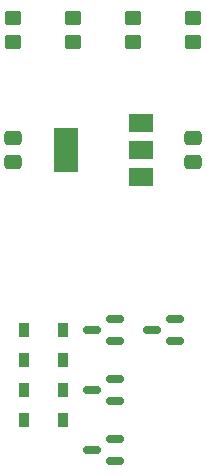
<source format=gbr>
%TF.GenerationSoftware,KiCad,Pcbnew,(6.0.4)*%
%TF.CreationDate,2022-04-23T22:51:50+05:30*%
%TF.ProjectId,esp32 switch,65737033-3220-4737-9769-7463682e6b69,rev?*%
%TF.SameCoordinates,Original*%
%TF.FileFunction,Paste,Bot*%
%TF.FilePolarity,Positive*%
%FSLAX46Y46*%
G04 Gerber Fmt 4.6, Leading zero omitted, Abs format (unit mm)*
G04 Created by KiCad (PCBNEW (6.0.4)) date 2022-04-23 22:51:50*
%MOMM*%
%LPD*%
G01*
G04 APERTURE LIST*
G04 Aperture macros list*
%AMRoundRect*
0 Rectangle with rounded corners*
0 $1 Rounding radius*
0 $2 $3 $4 $5 $6 $7 $8 $9 X,Y pos of 4 corners*
0 Add a 4 corners polygon primitive as box body*
4,1,4,$2,$3,$4,$5,$6,$7,$8,$9,$2,$3,0*
0 Add four circle primitives for the rounded corners*
1,1,$1+$1,$2,$3*
1,1,$1+$1,$4,$5*
1,1,$1+$1,$6,$7*
1,1,$1+$1,$8,$9*
0 Add four rect primitives between the rounded corners*
20,1,$1+$1,$2,$3,$4,$5,0*
20,1,$1+$1,$4,$5,$6,$7,0*
20,1,$1+$1,$6,$7,$8,$9,0*
20,1,$1+$1,$8,$9,$2,$3,0*%
G04 Aperture macros list end*
%ADD10R,0.900000X1.200000*%
%ADD11RoundRect,0.150000X0.587500X0.150000X-0.587500X0.150000X-0.587500X-0.150000X0.587500X-0.150000X0*%
%ADD12R,2.000000X1.500000*%
%ADD13R,2.000000X3.800000*%
%ADD14RoundRect,0.250000X0.475000X-0.337500X0.475000X0.337500X-0.475000X0.337500X-0.475000X-0.337500X0*%
%ADD15RoundRect,0.250000X-0.450000X0.350000X-0.450000X-0.350000X0.450000X-0.350000X0.450000X0.350000X0*%
%ADD16RoundRect,0.250000X-0.475000X0.337500X-0.475000X-0.337500X0.475000X-0.337500X0.475000X0.337500X0*%
G04 APERTURE END LIST*
D10*
%TO.C,D1*%
X126110000Y-86360000D03*
X122810000Y-86360000D03*
%TD*%
%TO.C,D2*%
X126110000Y-88900000D03*
X122810000Y-88900000D03*
%TD*%
D11*
%TO.C,Q3*%
X130477500Y-95570000D03*
X130477500Y-97470000D03*
X128602500Y-96520000D03*
%TD*%
D12*
%TO.C,U1*%
X132690000Y-68820000D03*
X132690000Y-71120000D03*
D13*
X126390000Y-71120000D03*
D12*
X132690000Y-73420000D03*
%TD*%
D11*
%TO.C,Q4*%
X135557500Y-85410000D03*
X135557500Y-87310000D03*
X133682500Y-86360000D03*
%TD*%
%TO.C,Q2*%
X130477500Y-90490000D03*
X130477500Y-92390000D03*
X128602500Y-91440000D03*
%TD*%
D14*
%TO.C,C2*%
X137160000Y-72157500D03*
X137160000Y-70082500D03*
%TD*%
D10*
%TO.C,D4*%
X126110000Y-93980000D03*
X122810000Y-93980000D03*
%TD*%
D11*
%TO.C,Q1*%
X130477500Y-85410000D03*
X130477500Y-87310000D03*
X128602500Y-86360000D03*
%TD*%
D10*
%TO.C,D3*%
X126110000Y-91440000D03*
X122810000Y-91440000D03*
%TD*%
D15*
%TO.C,R4*%
X137160000Y-59960000D03*
X137160000Y-61960000D03*
%TD*%
%TO.C,R3*%
X132080000Y-59960000D03*
X132080000Y-61960000D03*
%TD*%
D16*
%TO.C,C1*%
X121920000Y-70082500D03*
X121920000Y-72157500D03*
%TD*%
D15*
%TO.C,R2*%
X127000000Y-59960000D03*
X127000000Y-61960000D03*
%TD*%
%TO.C,R1*%
X121920000Y-59960000D03*
X121920000Y-61960000D03*
%TD*%
M02*

</source>
